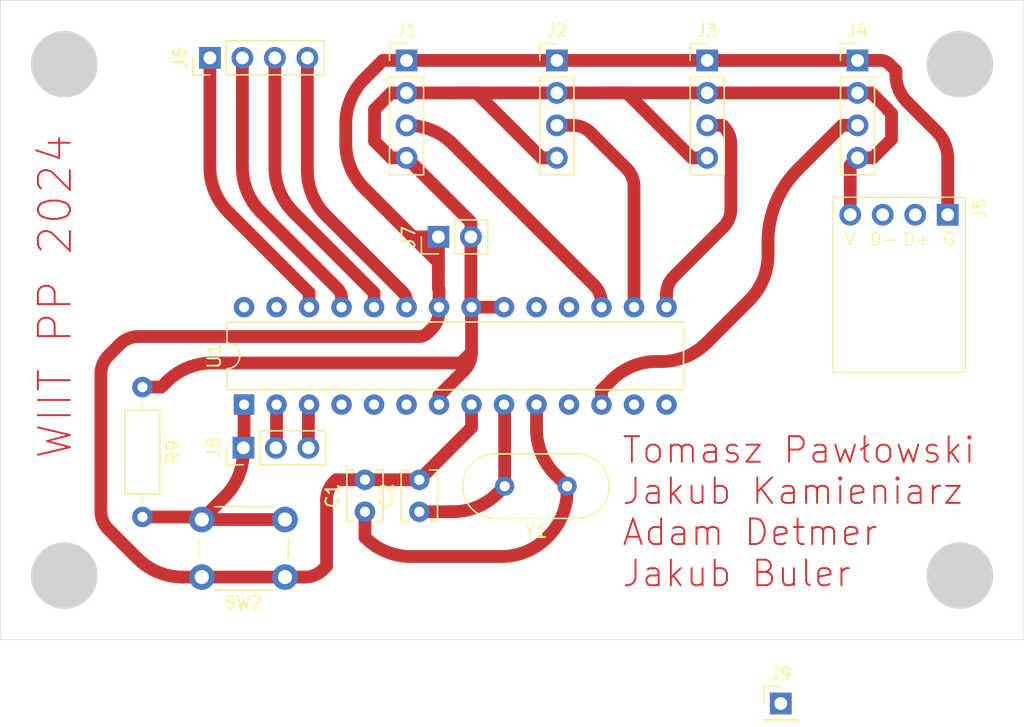
<source format=kicad_pcb>
(kicad_pcb (version 20221018) (generator pcbnew)
  (layers (0 "F.Cu" signal) (31 "B.Cu" signal) (44 "Edge.Cuts" user))
  (net 0 "")
  (net 1 "CRY2")
  (net 2 "GND")
  (net 3 "CRY1")
  (net 5 "+5V")
  (net 6 "SERV0")
  (net 7 "SERV1")
  (net 8 "SERV2")
  (net 9 "SERV3")
  (net 10 "PH0")
  (net 11 "PH1")
  (net 12 "PH2")
  (net 13 "PH3")
  (net 14 "~RESET")
  (net 15 "RX")
  (net 16 "TX")
  (footprint "Library:USB-C Socket Breakout Board" (layer "F.Cu") (at 144.05 66.77 -90)
    (fp_text reference "J5" (at -0.5 -2.5 90) (layer "F.SilkS"))
    (fp_text value "Conn_01x04_Pin")
    (fp_text user "G" (at 2.5 0.5 unlocked) (layer "F.SilkS") (effects (font (thickness 0.1)) (justify left bottom)))
    (fp_text user "D-" (at 2.5 6.2 unlocked) (layer "F.SilkS") (effects (font (thickness 0.1)) (justify left bottom)))
    (fp_text user "V" (at 2.5 8.135 unlocked) (layer "F.SilkS") (effects (font (thickness 0.1)) (justify left bottom)))
    (fp_text user "D+" (at 2.5 3.6 unlocked) (layer "F.SilkS") (effects (font (thickness 0.1)) (justify left bottom)))
    (fp_rect (start -1.37 -1.37) (end 12.33 8.99) (stroke (width 0.1)) (fill none) (layer "F.SilkS"))
    (pad "1" thru_hole rect (at 0 0 270) (size 1.7 1.7) (drill 1) (layers "*.Cu" "*.Mask") (net 2 "GND"))
    (pad "2" thru_hole oval (at 0 2.54 270) (size 1.7 1.7) (drill 1) (layers "*.Cu" "*.Mask"))
    (pad "3" thru_hole oval (at 0 5.08 270) (size 1.7 1.7) (drill 1) (layers "*.Cu" "*.Mask"))
    (pad "4" thru_hole oval (at 0 7.62 270) (size 1.7 1.7) (drill 1) (layers "*.Cu" "*.Mask") (net 5 "+5V"))
  )
  (footprint "Connector_PinHeader_2.54mm:PinHeader_1x04_P2.54mm_Vertical" (layer "F.Cu") (at 86.38 54.5 90)
    (fp_text reference "J6" (at 0 -2.33 90) (layer "F.SilkS"))
    (fp_text value "Conn_01x04_Pin")
    (fp_line (start -1.33 -1.33) (end 0 -1.33) (stroke (width 0.12)) (layer "F.SilkS"))
    (fp_line (start -1.33 0) (end -1.33 -1.33) (stroke (width 0.12)) (layer "F.SilkS"))
    (fp_line (start -1.33 1.27) (end -1.33 8.95) (stroke (width 0.12)) (layer "F.SilkS"))
    (fp_line (start -1.33 1.27) (end 1.33 1.27) (stroke (width 0.12)) (layer "F.SilkS"))
    (fp_line (start -1.33 8.95) (end 1.33 8.95) (stroke (width 0.12)) (layer "F.SilkS"))
    (fp_line (start 1.33 1.27) (end 1.33 8.95) (stroke (width 0.12)) (layer "F.SilkS"))
    (pad "1" thru_hole rect (at 0 0 90) (size 1.7 1.7) (drill 1) (layers "*.Cu" "*.Mask") (net 13 "PH3"))
    (pad "2" thru_hole oval (at 0 2.54 90) (size 1.7 1.7) (drill 1) (layers "*.Cu" "*.Mask") (net 12 "PH2"))
    (pad "3" thru_hole oval (at 0 5.08 90) (size 1.7 1.7) (drill 1) (layers "*.Cu" "*.Mask") (net 11 "PH1"))
    (pad "4" thru_hole oval (at 0 7.62 90) (size 1.7 1.7) (drill 1) (layers "*.Cu" "*.Mask") (net 10 "PH0"))
  )
  (footprint "Connector_PinHeader_2.54mm:PinHeader_1x01_P2.54mm_Vertical" (layer "F.Cu") (at 131 105)
    (fp_text reference "J9" (at 0 -2.33) (layer "F.SilkS"))
    (fp_text value "Conn_01x01_Pin")
    (fp_line (start -1.33 -1.33) (end 0 -1.33) (stroke (width 0.12)) (layer "F.SilkS"))
    (fp_line (start -1.33 0) (end -1.33 -1.33) (stroke (width 0.12)) (layer "F.SilkS"))
    (fp_line (start -1.33 1.27) (end -1.33 1.33) (stroke (width 0.12)) (layer "F.SilkS"))
    (fp_line (start -1.33 1.27) (end 1.33 1.27) (stroke (width 0.12)) (layer "F.SilkS"))
    (fp_line (start -1.33 1.33) (end 1.33 1.33) (stroke (width 0.12)) (layer "F.SilkS"))
    (fp_line (start 1.33 1.27) (end 1.33 1.33) (stroke (width 0.12)) (layer "F.SilkS"))
    (pad "1" thru_hole rect (at 0 0) (size 1.7 1.7) (drill 1) (layers "*.Cu" "*.Mask") (net 2 "GND"))
  )
  (footprint "Resistor_THT:R_Axial_DIN0207_L6.3mm_D2.5mm_P10.16mm_Horizontal" (layer "F.Cu") (at 81.11 80.25 -90)
    (fp_text reference "R9" (at 5.08 -2.37 90) (layer "F.SilkS"))
    (fp_text value "10k")
    (fp_line (start 1.04 0) (end 1.81 0) (stroke (width 0.12)) (layer "F.SilkS"))
    (fp_line (start 1.81 -1.37) (end 1.81 1.37) (stroke (width 0.12)) (layer "F.SilkS"))
    (fp_line (start 1.81 1.37) (end 8.35 1.37) (stroke (width 0.12)) (layer "F.SilkS"))
    (fp_line (start 8.35 -1.37) (end 1.81 -1.37) (stroke (width 0.12)) (layer "F.SilkS"))
    (fp_line (start 8.35 1.37) (end 8.35 -1.37) (stroke (width 0.12)) (layer "F.SilkS"))
    (fp_line (start 9.12 0) (end 8.35 0) (stroke (width 0.12)) (layer "F.SilkS"))
    (pad "1" thru_hole circle (at 0 0 270) (size 1.6 1.6) (drill 0.8) (layers "*.Cu" "*.Mask") (net 5 "+5V"))
    (pad "2" thru_hole oval (at 10.16 0 270) (size 1.6 1.6) (drill 0.8) (layers "*.Cu" "*.Mask") (net 14 "~RESET"))
  )
  (footprint "Capacitor_THT:C_Disc_D3.8mm_W2.6mm_P2.50mm" (layer "F.Cu") (at 102.75 90 90)
    (fp_text reference "C2" (at 1.25 -2.55 90) (layer "F.SilkS"))
    (fp_text value "22pF")
    (fp_line (start -0.77 -1.42) (end -0.77 -0.795) (stroke (width 0.12)) (layer "F.SilkS"))
    (fp_line (start -0.77 -1.42) (end 3.27 -1.42) (stroke (width 0.12)) (layer "F.SilkS"))
    (fp_line (start -0.77 0.795) (end -0.77 1.42) (stroke (width 0.12)) (layer "F.SilkS"))
    (fp_line (start -0.77 1.42) (end 3.27 1.42) (stroke (width 0.12)) (layer "F.SilkS"))
    (fp_line (start 3.27 -1.42) (end 3.27 -0.795) (stroke (width 0.12)) (layer "F.SilkS"))
    (fp_line (start 3.27 0.795) (end 3.27 1.42) (stroke (width 0.12)) (layer "F.SilkS"))
    (pad "1" thru_hole circle (at 0 0 90) (size 1.6 1.6) (drill 0.8) (layers "*.Cu" "*.Mask") (net 3 "CRY1"))
    (pad "2" thru_hole circle (at 2.5 0 90) (size 1.6 1.6) (drill 0.8) (layers "*.Cu" "*.Mask") (net 2 "GND"))
  )
  (footprint "Connector_PinHeader_2.54mm:PinHeader_1x04_P2.54mm_Vertical" (layer "F.Cu") (at 101.75 54.7)
    (fp_text reference "J1" (at 0 -2.33) (layer "F.SilkS"))
    (fp_text value "Conn_01x04_Pin")
    (fp_line (start -1.33 -1.33) (end 0 -1.33) (stroke (width 0.12)) (layer "F.SilkS"))
    (fp_line (start -1.33 0) (end -1.33 -1.33) (stroke (width 0.12)) (layer "F.SilkS"))
    (fp_line (start -1.33 1.27) (end -1.33 8.95) (stroke (width 0.12)) (layer "F.SilkS"))
    (fp_line (start -1.33 1.27) (end 1.33 1.27) (stroke (width 0.12)) (layer "F.SilkS"))
    (fp_line (start -1.33 8.95) (end 1.33 8.95) (stroke (width 0.12)) (layer "F.SilkS"))
    (fp_line (start 1.33 1.27) (end 1.33 8.95) (stroke (width 0.12)) (layer "F.SilkS"))
    (pad "1" thru_hole rect (at 0 0) (size 1.7 1.7) (drill 1) (layers "*.Cu" "*.Mask") (net 2 "GND"))
    (pad "2" thru_hole oval (at 0 2.54) (size 1.7 1.7) (drill 1) (layers "*.Cu" "*.Mask") (net 5 "+5V"))
    (pad "3" thru_hole oval (at 0 5.08) (size 1.7 1.7) (drill 1) (layers "*.Cu" "*.Mask") (net 6 "SERV0"))
    (pad "4" thru_hole oval (at 0 7.62) (size 1.7 1.7) (drill 1) (layers "*.Cu" "*.Mask") (net 5 "+5V"))
  )
  (footprint "Capacitor_THT:C_Disc_D3.8mm_W2.6mm_P2.50mm" (layer "F.Cu") (at 98.5 90 90)
    (fp_text reference "C1" (at 1.25 -2.55 90) (layer "F.SilkS"))
    (fp_text value "22pF")
    (fp_line (start -0.77 -1.42) (end -0.77 -0.795) (stroke (width 0.12)) (layer "F.SilkS"))
    (fp_line (start -0.77 -1.42) (end 3.27 -1.42) (stroke (width 0.12)) (layer "F.SilkS"))
    (fp_line (start -0.77 0.795) (end -0.77 1.42) (stroke (width 0.12)) (layer "F.SilkS"))
    (fp_line (start -0.77 1.42) (end 3.27 1.42) (stroke (width 0.12)) (layer "F.SilkS"))
    (fp_line (start 3.27 -1.42) (end 3.27 -0.795) (stroke (width 0.12)) (layer "F.SilkS"))
    (fp_line (start 3.27 0.795) (end 3.27 1.42) (stroke (width 0.12)) (layer "F.SilkS"))
    (pad "1" thru_hole circle (at 0 0 90) (size 1.6 1.6) (drill 0.8) (layers "*.Cu" "*.Mask") (net 1 "CRY2"))
    (pad "2" thru_hole circle (at 2.5 0 90) (size 1.6 1.6) (drill 0.8) (layers "*.Cu" "*.Mask") (net 2 "GND"))
  )
  (footprint "Crystal:Crystal_HC49-4H_Vertical" (layer "F.Cu") (at 114.3 88 180)
    (fp_text reference "Y1" (at 2.44 -3.525) (layer "F.SilkS"))
    (fp_text value "16MHz")
    (fp_line (start -0.76 -2.525) (end 5.64 -2.525) (stroke (width 0.12)) (layer "F.SilkS"))
    (fp_line (start -0.76 2.525) (end 5.64 2.525) (stroke (width 0.12)) (layer "F.SilkS"))
    (fp_arc (start -0.76 2.525) (mid -3.285 0) (end -0.76 -2.525) (stroke (width 0.12)) (layer "F.SilkS"))
    (fp_arc (start 5.64 -2.525) (mid 8.165 0) (end 5.64 2.525) (stroke (width 0.12)) (layer "F.SilkS"))
    (pad "1" thru_hole circle (at 0 0 180) (size 1.5 1.5) (drill 0.8) (layers "*.Cu" "*.Mask") (net 1 "CRY2"))
    (pad "2" thru_hole circle (at 4.88 0 180) (size 1.5 1.5) (drill 0.8) (layers "*.Cu" "*.Mask") (net 3 "CRY1"))
  )
  (footprint "Button_Switch_THT:SW_PUSH_6mm_H4.3mm" (layer "F.Cu") (at 92.25 95.11 180)
    (fp_text reference "SW2" (at 3.25 -2) (layer "F.SilkS"))
    (fp_text value "SW_Omron_B3FS")
    (fp_line (start -0.25 1.5) (end -0.25 3) (stroke (width 0.12)) (layer "F.SilkS"))
    (fp_line (start 1 5.5) (end 5.5 5.5) (stroke (width 0.12)) (layer "F.SilkS"))
    (fp_line (start 5.5 -1) (end 1 -1) (stroke (width 0.12)) (layer "F.SilkS"))
    (fp_line (start 6.75 3) (end 6.75 1.5) (stroke (width 0.12)) (layer "F.SilkS"))
    (pad "1" thru_hole circle (at 0 0 270) (size 2 2) (drill 1.1) (layers "*.Cu" "*.Mask") (net 2 "GND"))
    (pad "1" thru_hole circle (at 6.5 0 270) (size 2 2) (drill 1.1) (layers "*.Cu" "*.Mask") (net 2 "GND"))
    (pad "2" thru_hole circle (at 0 4.5 270) (size 2 2) (drill 1.1) (layers "*.Cu" "*.Mask") (net 14 "~RESET"))
    (pad "2" thru_hole circle (at 6.5 4.5 270) (size 2 2) (drill 1.1) (layers "*.Cu" "*.Mask") (net 14 "~RESET"))
  )
  (footprint "Connector_PinHeader_2.54mm:PinHeader_1x02_P2.54mm_Vertical" (layer "F.Cu") (at 104.24 68.5 90)
    (fp_text reference "J7" (at 0 -2.33 90) (layer "F.SilkS"))
    (fp_text value "Conn_01x02_Pin")
    (fp_line (start -1.33 -1.33) (end 0 -1.33) (stroke (width 0.12)) (layer "F.SilkS"))
    (fp_line (start -1.33 0) (end -1.33 -1.33) (stroke (width 0.12)) (layer "F.SilkS"))
    (fp_line (start -1.33 1.27) (end -1.33 3.87) (stroke (width 0.12)) (layer "F.SilkS"))
    (fp_line (start -1.33 1.27) (end 1.33 1.27) (stroke (width 0.12)) (layer "F.SilkS"))
    (fp_line (start -1.33 3.87) (end 1.33 3.87) (stroke (width 0.12)) (layer "F.SilkS"))
    (fp_line (start 1.33 1.27) (end 1.33 3.87) (stroke (width 0.12)) (layer "F.SilkS"))
    (pad "1" thru_hole rect (at 0 0 90) (size 1.7 1.7) (drill 1) (layers "*.Cu" "*.Mask") (net 2 "GND"))
    (pad "2" thru_hole oval (at 0 2.54 90) (size 1.7 1.7) (drill 1) (layers "*.Cu" "*.Mask") (net 5 "+5V"))
  )
  (footprint "Package_DIP:DIP-28_W7.62mm" (layer "F.Cu") (at 89.05 81.62 90)
    (fp_text reference "U1" (at 3.81 -2.33 90) (layer "F.SilkS"))
    (fp_text value "ATmega328-P")
    (fp_line (start 1.16 -1.33) (end 1.16 34.35) (stroke (width 0.12)) (layer "F.SilkS"))
    (fp_line (start 1.16 34.35) (end 6.46 34.35) (stroke (width 0.12)) (layer "F.SilkS"))
    (fp_line (start 2.81 -1.33) (end 1.16 -1.33) (stroke (width 0.12)) (layer "F.SilkS"))
    (fp_line (start 6.46 -1.33) (end 4.81 -1.33) (stroke (width 0.12)) (layer "F.SilkS"))
    (fp_line (start 6.46 34.35) (end 6.46 -1.33) (stroke (width 0.12)) (layer "F.SilkS"))
    (fp_arc (start 4.81 -1.33) (mid 3.81 -0.33) (end 2.81 -1.33) (stroke (width 0.12)) (layer "F.SilkS"))
    (pad "1" thru_hole rect (at 0 0 90) (size 1.6 1.6) (drill 0.8) (layers "*.Cu" "*.Mask") (net 14 "~RESET"))
    (pad "2" thru_hole oval (at 0 2.54 90) (size 1.6 1.6) (drill 0.8) (layers "*.Cu" "*.Mask") (net 15 "RX"))
    (pad "3" thru_hole oval (at 0 5.08 90) (size 1.6 1.6) (drill 0.8) (layers "*.Cu" "*.Mask") (net 16 "TX"))
    (pad "4" thru_hole oval (at 0 7.62 90) (size 1.6 1.6) (drill 0.8) (layers "*.Cu" "*.Mask"))
    (pad "5" thru_hole oval (at 0 10.16 90) (size 1.6 1.6) (drill 0.8) (layers "*.Cu" "*.Mask"))
    (pad "6" thru_hole oval (at 0 12.7 90) (size 1.6 1.6) (drill 0.8) (layers "*.Cu" "*.Mask"))
    (pad "7" thru_hole oval (at 0 15.24 90) (size 1.6 1.6) (drill 0.8) (layers "*.Cu" "*.Mask") (net 5 "+5V"))
    (pad "8" thru_hole oval (at 0 17.78 90) (size 1.6 1.6) (drill 0.8) (layers "*.Cu" "*.Mask") (net 2 "GND"))
    (pad "9" thru_hole oval (at 0 20.32 90) (size 1.6 1.6) (drill 0.8) (layers "*.Cu" "*.Mask") (net 3 "CRY1"))
    (pad "10" thru_hole oval (at 0 22.86 90) (size 1.6 1.6) (drill 0.8) (layers "*.Cu" "*.Mask") (net 1 "CRY2"))
    (pad "11" thru_hole oval (at 0 25.4 90) (size 1.6 1.6) (drill 0.8) (layers "*.Cu" "*.Mask"))
    (pad "12" thru_hole oval (at 0 27.94 90) (size 1.6 1.6) (drill 0.8) (layers "*.Cu" "*.Mask") (net 9 "SERV3"))
    (pad "13" thru_hole oval (at 0 30.48 90) (size 1.6 1.6) (drill 0.8) (layers "*.Cu" "*.Mask"))
    (pad "14" thru_hole oval (at 0 33.02 90) (size 1.6 1.6) (drill 0.8) (layers "*.Cu" "*.Mask"))
    (pad "15" thru_hole oval (at 7.62 33.02 90) (size 1.6 1.6) (drill 0.8) (layers "*.Cu" "*.Mask") (net 8 "SERV2"))
    (pad "16" thru_hole oval (at 7.62 30.48 90) (size 1.6 1.6) (drill 0.8) (layers "*.Cu" "*.Mask") (net 7 "SERV1"))
    (pad "17" thru_hole oval (at 7.62 27.94 90) (size 1.6 1.6) (drill 0.8) (layers "*.Cu" "*.Mask") (net 6 "SERV0"))
    (pad "18" thru_hole oval (at 7.62 25.4 90) (size 1.6 1.6) (drill 0.8) (layers "*.Cu" "*.Mask"))
    (pad "19" thru_hole oval (at 7.62 22.86 90) (size 1.6 1.6) (drill 0.8) (layers "*.Cu" "*.Mask"))
    (pad "20" thru_hole oval (at 7.62 20.32 90) (size 1.6 1.6) (drill 0.8) (layers "*.Cu" "*.Mask") (net 5 "+5V"))
    (pad "21" thru_hole oval (at 7.62 17.78 90) (size 1.6 1.6) (drill 0.8) (layers "*.Cu" "*.Mask") (net 5 "+5V"))
    (pad "22" thru_hole oval (at 7.62 15.24 90) (size 1.6 1.6) (drill 0.8) (layers "*.Cu" "*.Mask") (net 2 "GND"))
    (pad "23" thru_hole oval (at 7.62 12.7 90) (size 1.6 1.6) (drill 0.8) (layers "*.Cu" "*.Mask") (net 10 "PH0"))
    (pad "24" thru_hole oval (at 7.62 10.16 90) (size 1.6 1.6) (drill 0.8) (layers "*.Cu" "*.Mask") (net 11 "PH1"))
    (pad "25" thru_hole oval (at 7.62 7.62 90) (size 1.6 1.6) (drill 0.8) (layers "*.Cu" "*.Mask") (net 12 "PH2"))
    (pad "26" thru_hole oval (at 7.62 5.08 90) (size 1.6 1.6) (drill 0.8) (layers "*.Cu" "*.Mask") (net 13 "PH3"))
    (pad "27" thru_hole oval (at 7.62 2.54 90) (size 1.6 1.6) (drill 0.8) (layers "*.Cu" "*.Mask"))
    (pad "28" thru_hole oval (at 7.62 0 90) (size 1.6 1.6) (drill 0.8) (layers "*.Cu" "*.Mask"))
  )
  (footprint "Connector_PinHeader_2.54mm:PinHeader_1x03_P2.54mm_Vertical" (layer "F.Cu") (at 89 85 90)
    (fp_text reference "J8" (at 0 -2.33 90) (layer "F.SilkS"))
    (fp_text value "Conn_01x03_Pin")
    (fp_line (start -1.33 -1.33) (end 0 -1.33) (stroke (width 0.12)) (layer "F.SilkS"))
    (fp_line (start -1.33 0) (end -1.33 -1.33) (stroke (width 0.12)) (layer "F.SilkS"))
    (fp_line (start -1.33 1.27) (end -1.33 6.41) (stroke (width 0.12)) (layer "F.SilkS"))
    (fp_line (start -1.33 1.27) (end 1.33 1.27) (stroke (width 0.12)) (layer "F.SilkS"))
    (fp_line (start -1.33 6.41) (end 1.33 6.41) (stroke (width 0.12)) (layer "F.SilkS"))
    (fp_line (start 1.33 1.27) (end 1.33 6.41) (stroke (width 0.12)) (layer "F.SilkS"))
    (pad "1" thru_hole rect (at 0 0 90) (size 1.7 1.7) (drill 1) (layers "*.Cu" "*.Mask") (net 14 "~RESET"))
    (pad "2" thru_hole oval (at 0 2.54 90) (size 1.7 1.7) (drill 1) (layers "*.Cu" "*.Mask") (net 15 "RX"))
    (pad "3" thru_hole oval (at 0 5.08 90) (size 1.7 1.7) (drill 1) (layers "*.Cu" "*.Mask") (net 16 "TX"))
  )
  (footprint "Connector_PinHeader_2.54mm:PinHeader_1x04_P2.54mm_Vertical" (layer "F.Cu") (at 125.25 54.7)
    (fp_text reference "J3" (at 0 -2.33) (layer "F.SilkS"))
    (fp_text value "Conn_01x04_Pin")
    (fp_line (start -1.33 -1.33) (end 0 -1.33) (stroke (width 0.12)) (layer "F.SilkS"))
    (fp_line (start -1.33 0) (end -1.33 -1.33) (stroke (width 0.12)) (layer "F.SilkS"))
    (fp_line (start -1.33 1.27) (end -1.33 8.95) (stroke (width 0.12)) (layer "F.SilkS"))
    (fp_line (start -1.33 1.27) (end 1.33 1.27) (stroke (width 0.12)) (layer "F.SilkS"))
    (fp_line (start -1.33 8.95) (end 1.33 8.95) (stroke (width 0.12)) (layer "F.SilkS"))
    (fp_line (start 1.33 1.27) (end 1.33 8.95) (stroke (width 0.12)) (layer "F.SilkS"))
    (pad "1" thru_hole rect (at 0 0) (size 1.7 1.7) (drill 1) (layers "*.Cu" "*.Mask") (net 2 "GND"))
    (pad "2" thru_hole oval (at 0 2.54) (size 1.7 1.7) (drill 1) (layers "*.Cu" "*.Mask") (net 5 "+5V"))
    (pad "3" thru_hole oval (at 0 5.08) (size 1.7 1.7) (drill 1) (layers "*.Cu" "*.Mask") (net 8 "SERV2"))
    (pad "4" thru_hole oval (at 0 7.62) (size 1.7 1.7) (drill 1) (layers "*.Cu" "*.Mask") (net 5 "+5V"))
  )
  (footprint "Connector_PinHeader_2.54mm:PinHeader_1x04_P2.54mm_Vertical" (layer "F.Cu") (at 113.5 54.7)
    (fp_text reference "J2" (at 0 -2.33) (layer "F.SilkS"))
    (fp_text value "Conn_01x04_Pin")
    (fp_line (start -1.33 -1.33) (end 0 -1.33) (stroke (width 0.12)) (layer "F.SilkS"))
    (fp_line (start -1.33 0) (end -1.33 -1.33) (stroke (width 0.12)) (layer "F.SilkS"))
    (fp_line (start -1.33 1.27) (end -1.33 8.95) (stroke (width 0.12)) (layer "F.SilkS"))
    (fp_line (start -1.33 1.27) (end 1.33 1.27) (stroke (width 0.12)) (layer "F.SilkS"))
    (fp_line (start -1.33 8.95) (end 1.33 8.95) (stroke (width 0.12)) (layer "F.SilkS"))
    (fp_line (start 1.33 1.27) (end 1.33 8.95) (stroke (width 0.12)) (layer "F.SilkS"))
    (pad "1" thru_hole rect (at 0 0) (size 1.7 1.7) (drill 1) (layers "*.Cu" "*.Mask") (net 2 "GND"))
    (pad "2" thru_hole oval (at 0 2.54) (size 1.7 1.7) (drill 1) (layers "*.Cu" "*.Mask") (net 5 "+5V"))
    (pad "3" thru_hole oval (at 0 5.08) (size 1.7 1.7) (drill 1) (layers "*.Cu" "*.Mask") (net 7 "SERV1"))
    (pad "4" thru_hole oval (at 0 7.62) (size 1.7 1.7) (drill 1) (layers "*.Cu" "*.Mask") (net 5 "+5V"))
  )
  (footprint "Connector_PinHeader_2.54mm:PinHeader_1x04_P2.54mm_Vertical" (layer "F.Cu") (at 137 54.7)
    (fp_text reference "J4" (at 0 -2.33) (layer "F.SilkS"))
    (fp_text value "Conn_01x04_Pin")
    (fp_line (start -1.33 -1.33) (end 0 -1.33) (stroke (width 0.12)) (layer "F.SilkS"))
    (fp_line (start -1.33 0) (end -1.33 -1.33) (stroke (width 0.12)) (layer "F.SilkS"))
    (fp_line (start -1.33 1.27) (end -1.33 8.95) (stroke (width 0.12)) (layer "F.SilkS"))
    (fp_line (start -1.33 1.27) (end 1.33 1.27) (stroke (width 0.12)) (layer "F.SilkS"))
    (fp_line (start -1.33 8.95) (end 1.33 8.95) (stroke (width 0.12)) (layer "F.SilkS"))
    (fp_line (start 1.33 1.27) (end 1.33 8.95) (stroke (width 0.12)) (layer "F.SilkS"))
    (pad "1" thru_hole rect (at 0 0) (size 1.7 1.7) (drill 1) (layers "*.Cu" "*.Mask") (net 2 "GND"))
    (pad "2" thru_hole oval (at 0 2.54) (size 1.7 1.7) (drill 1) (layers "*.Cu" "*.Mask") (net 5 "+5V"))
    (pad "3" thru_hole oval (at 0 5.08) (size 1.7 1.7) (drill 1) (layers "*.Cu" "*.Mask") (net 9 "SERV3"))
    (pad "4" thru_hole oval (at 0 7.62) (size 1.7 1.7) (drill 1) (layers "*.Cu" "*.Mask") (net 5 "+5V"))
  )
  (gr_circle (center 75 95) (end 77.5 95) (stroke (width 0.2)) (fill solid) (layer "Edge.Cuts"))
  (gr_rect locked (start 70 50) (end 150 100) (stroke (width 0.05)) (fill none) (layer "Edge.Cuts"))
  (gr_circle (center 145 95) (end 147.5 95) (stroke (width 0.2)) (fill solid) (layer "Edge.Cuts"))
  (gr_circle (center 145 55) (end 147.5 55) (stroke (width 0.2)) (fill solid) (layer "Edge.Cuts"))
  (gr_circle (center 75 55) (end 77.5 55) (stroke (width 0.2)) (fill solid) (layer "Edge.Cuts"))
  (gr_text "Tomasz Pawłowski\nJakub Kamieniarz\nAdam Detmer\nJakub Buler" (at 118.5 96) (layer "F.Cu") (effects (font (size 2 2)) (justify left bottom)))
  (gr_text "WIIT PP 2024" (at 75.75 86 90) (layer "F.Cu") (effects (font (size 2.5 2.5)) (justify left bottom)))
  (segment (start 113.374466 87.074466) (end 114.3 88) (width 1) (layer "F.Cu") (net 1))
  (segment (start 98.5 92) (end 98.535534 92.035534) (width 1) (layer "F.Cu") (net 1))
  (segment (start 112.835534 91.914466) (end 112.714466 92.035534) (width 1) (layer "F.Cu") (net 1))
  (segment (start 111.91 81.62) (end 111.91 83.538932) (width 1) (layer "F.Cu") (net 1))
  (segment (start 98.5 92) (end 98.5 90) (width 1) (layer "F.Cu") (net 1))
  (segment (start 102.071068 93.5) (end 109.178932 93.5) (width 1) (layer "F.Cu") (net 1))
  (segment (start 114.3 88) (end 114.3 88.378932) (width 1) (layer "F.Cu") (net 1))
  (arc (start 113.374466 87.074466) (mid 112.290602 85.452349) (end 111.91 83.538932) (width 1) (layer "F.Cu") (net 1))
  (arc (start 98.535534 92.035534) (mid 100.157651 93.119398) (end 102.071068 93.5) (width 1) (layer "F.Cu") (net 1))
  (arc (start 114.3 88.378932) (mid 113.919398 90.292349) (end 112.835534 91.914466) (width 1) (layer "F.Cu") (net 1))
  (arc (start 109.178932 93.5) (mid 111.092349 93.119398) (end 112.714466 92.035534) (width 1) (layer "F.Cu") (net 1))
  (segment (start 96.25 87.5) (end 98.5 87.5) (width 1) (layer "F.Cu") (net 2))
  (segment (start 104.24 70.49) (end 102.25 68.5) (width 1) (layer "F.Cu") (net 2))
  (segment (start 104.24 70.75) (end 104.24 72.561068) (width 1) (layer "F.Cu") (net 2))
  (segment (start 77.86 89.960505) (end 77.86 79.218427) (width 1) (layer "F.Cu") (net 2))
  (segment (start 104.29 74) (end 104.29 72.611068) (width 1) (layer "F.Cu") (net 2))
  (segment (start 80.778427 76.3) (end 102.707156 76.3) (width 1) (layer "F.Cu") (net 2))
  (segment (start 139.492893 54.992893) (end 140 55.5) (width 1) (layer "F.Cu") (net 2))
  (segment (start 96.085787 87.664213) (end 96.25 87.5) (width 1) (layer "F.Cu") (net 2))
  (segment (start 104.24 68.5) (end 104.24 70.75) (width 1) (layer "F.Cu") (net 2))
  (segment (start 137 54.7) (end 101.75 54.7) (width 1) (layer "F.Cu") (net 2))
  (segment (start 104.24 68.5) (end 102.25 68.5) (width 1) (layer "F.Cu") (net 2))
  (segment (start 101.75 54.7) (end 99.9 54.7) (width 1) (layer "F.Cu") (net 2))
  (segment (start 101.25 87.5) (end 98.5 87.5) (width 1) (layer "F.Cu") (net 2))
  (segment (start 104.24 70.75) (end 104.24 70.49) (width 1) (layer "F.Cu") (net 2))
  (segment (start 78.445787 77.804213) (end 79.364214 76.885786) (width 1) (layer "F.Cu") (net 2))
  (segment (start 104.29 73.54) (end 104.25 73.5) (width 1) (layer "F.Cu") (net 2))
  (segment (start 99.9 54.7) (end 98.464466 56.135534) (width 1) (layer "F.Cu") (net 2))
  (segment (start 102.75 87.5) (end 106.83 83.42) (width 1) (layer "F.Cu") (net 2))
  (segment (start 104.29 74.302943) (end 104.29 74) (width 1) (layer "F.Cu") (net 2))
  (segment (start 103.414263 76.007107) (end 103.704213 75.717157) (width 1) (layer "F.Cu") (net 2))
  (segment (start 85.75 95.11) (end 84.252136 95.11) (width 1) (layer "F.Cu") (net 2))
  (segment (start 144.05 62.363709) (end 144.05 66.77) (width 1) (layer "F.Cu") (net 2))
  (segment (start 140.87868 57.949748) (end 143.171321 60.242389) (width 1) (layer "F.Cu") (net 2))
  (segment (start 102.25 68.5) (end 98.464466 64.714466) (width 1) (layer "F.Cu") (net 2))
  (segment (start 92.25 95.11) (end 85.75 95.11) (width 1) (layer "F.Cu") (net 2))
  (segment (start 104.29 74) (end 104.29 73.54) (width 1) (layer "F.Cu") (net 2))
  (segment (start 80.716602 93.645534) (end 78.445786 91.374718) (width 1) (layer "F.Cu") (net 2))
  (segment (start 140 55.5) (end 140 55.828427) (width 1) (layer "F.Cu") (net 2))
  (segment (start 95.5 94.25) (end 95.5 89.078427) (width 1) (layer "F.Cu") (net 2))
  (segment (start 137 54.7) (end 138.785786 54.7) (width 1) (layer "F.Cu") (net 2))
  (segment (start 95.225787 94.524213) (end 95.5 94.25) (width 1) (layer "F.Cu") (net 2))
  (segment (start 106.83 83.42) (end 106.83 81.62) (width 1) (layer "F.Cu") (net 2))
  (segment (start 101.25 87.5) (end 102.75 87.5) (width 1) (layer "F.Cu") (net 2))
  (segment (start 104.24 72.561068) (end 104.29 72.611068) (width 1) (layer "F.Cu") (net 2))
  (segment (start 92.25 95.11) (end 93.811573 95.11) (width 1) (layer "F.Cu") (net 2))
  (segment (start 97 59.671068) (end 97 61.178932) (width 1) (layer "F.Cu") (net 2))
  (segment (start 101.75 87.5) (end 101.25 87.5) (width 1) (layer "F.Cu") (net 2))
  (arc (start 143.171321 60.242389) (mid 143.821639 61.215659) (end 144.05 62.363709) (width 1) (layer "F.Cu") (net 2))
  (arc (start 140.87868 57.949748) (mid 140.228361 56.976478) (end 140 55.828427) (width 1) (layer "F.Cu") (net 2))
  (arc (start 98.464466 64.714466) (mid 97.380602 63.092349) (end 97 61.178932) (width 1) (layer "F.Cu") (net 2))
  (arc (start 78.445786 91.374718) (mid 78.012241 90.725872) (end 77.86 89.960505) (width 1) (layer "F.Cu") (net 2))
  (arc (start 139.492893 54.992893) (mid 139.16847 54.77612) (end 138.785786 54.7) (width 1) (layer "F.Cu") (net 2))
  (arc (start 93.811573 95.11) (mid 94.57694 94.957759) (end 95.225787 94.524213) (width 1) (layer "F.Cu") (net 2))
  (arc (start 97 59.671068) (mid 97.380602 57.757651) (end 98.464466 56.135534) (width 1) (layer "F.Cu") (net 2))
  (arc (start 77.86 79.218427) (mid 78.012241 78.45306) (end 78.445787 77.804213) (width 1) (layer "F.Cu") (net 2))
  (arc (start 103.704213 75.717157) (mid 104.137759 75.06831) (end 104.29 74.302943) (width 1) (layer "F.Cu") (net 2))
  (arc (start 84.252136 95.11) (mid 82.338719 94.729398) (end 80.716602 93.645534) (width 1) (layer "F.Cu") (net 2))
  (arc (start 102.707156 76.3) (mid 103.089837 76.223865) (end 103.414263 76.007107) (width 1) (layer "F.Cu") (net 2))
  (arc (start 79.364214 76.885786) (mid 80.01306 76.452241) (end 80.778427 76.3) (width 1) (layer "F.Cu") (net 2))
  (arc (start 96.085787 87.664213) (mid 95.652241 88.31306) (end 95.5 89.078427) (width 1) (layer "F.Cu") (net 2))
  (segment (start 108.884466 88.535534) (end 109.42 88) (width 1) (layer "F.Cu") (net 3))
  (segment (start 109.42 88) (end 109.42 81.67) (width 1) (layer "F.Cu") (net 3))
  (segment (start 109.42 81.67) (end 109.37 81.62) (width 1) (layer "F.Cu") (net 3))
  (segment (start 102.75 90) (end 105.348932 90) (width 1) (layer "F.Cu") (net 3))
  (arc (start 108.884466 88.535534) (mid 107.262349 89.619398) (end 105.348932 90) (width 1) (layer "F.Cu") (net 3))
  (segment (start 106.83 74) (end 109.37 74) (width 1) (layer "F.Cu") (net 5))
  (segment (start 101.75 62.32) (end 100.547919 62.32) (width 1) (layer "F.Cu") (net 5))
  (segment (start 106.001573 78.367308) (end 106.83 77.538881) (width 1) (layer "F.Cu") (net 5))
  (segment (start 117.5 57.24) (end 137 57.24) (width 1) (layer "F.Cu") (net 5))
  (segment (start 105.75 57.24) (end 117.5 57.24) (width 1) (layer "F.Cu") (net 5))
  (segment (start 106.83 74) (end 106.83 77.538881) (width 1) (layer "F.Cu") (net 5))
  (segment (start 106.78 68.5) (end 106.78 67.35) (width 1) (layer "F.Cu") (net 5))
  (segment (start 106.244213 78.953095) (end 104.29 80.907308) (width 1) (layer "F.Cu") (net 5))
  (segment (start 83.006653 79.831774) (end 82.588427 80.25) (width 1) (layer "F.Cu") (net 5))
  (segment (start 112.297919 62.32) (end 107.217919 57.24) (width 1) (layer "F.Cu") (net 5))
  (segment (start 125.25 62.32) (end 124.047919 62.32) (width 1) (layer "F.Cu") (net 5))
  (segment (start 137 57.24) (end 138.078126 57.24) (width 1) (layer "F.Cu") (net 5))
  (segment (start 136.43 66.77) (end 136.43 62.89) (width 1) (layer "F.Cu") (net 5))
  (segment (start 104.29 80.907308) (end 104.29 81.62) (width 1) (layer "F.Cu") (net 5))
  (segment (start 99.25 58.537919) (end 100.547919 57.24) (width 1) (layer "F.Cu") (net 5))
  (segment (start 139.653806 58.846194) (end 139.653806 60.868275) (width 1) (layer "F.Cu") (net 5))
  (segment (start 138.078126 57.24) (end 139.37868 58.540554) (width 1) (layer "F.Cu") (net 5))
  (segment (start 82.588427 80.25) (end 81.11 80.25) (width 1) (layer "F.Cu") (net 5))
  (segment (start 106.78 67.35) (end 101.75 62.32) (width 1) (layer "F.Cu") (net 5))
  (segment (start 86.542187 78.367308) (end 106.001573 78.367308) (width 1) (layer "F.Cu") (net 5))
  (segment (start 139.37868 58.540554) (end 139.37868 58.571068) (width 1) (layer "F.Cu") (net 5))
  (segment (start 100.547919 62.32) (end 99.25 61.022081) (width 1) (layer "F.Cu") (net 5))
  (segment (start 139.653806 60.868275) (end 138.202081 62.32) (width 1) (layer "F.Cu") (net 5))
  (segment (start 101.75 57.24) (end 105.75 57.24) (width 1) (layer "F.Cu") (net 5))
  (segment (start 139.37868 58.571068) (end 139.653806 58.846194) (width 1) (layer "F.Cu") (net 5))
  (segment (start 106.78 68.5) (end 106.78 73.95) (width 1) (layer "F.Cu") (net 5))
  (segment (start 106.78 73.95) (end 106.83 74) (width 1) (layer "F.Cu") (net 5))
  (segment (start 124.047919 62.32) (end 118.967919 57.24) (width 1) (layer "F.Cu") (net 5))
  (segment (start 107.217919 57.24) (end 105.75 57.24) (width 1) (layer "F.Cu") (net 5))
  (segment (start 118.967919 57.24) (end 117.5 57.24) (width 1) (layer "F.Cu") (net 5))
  (segment (start 99.25 61.022081) (end 99.25 58.537919) (width 1) (layer "F.Cu") (net 5))
  (segment (start 100.547919 57.24) (end 101.75 57.24) (width 1) (layer "F.Cu") (net 5))
  (segment (start 136.43 62.89) (end 137 62.32) (width 1) (layer "F.Cu") (net 5))
  (segment (start 113.5 62.32) (end 112.297919 62.32) (width 1) (layer "F.Cu") (net 5))
  (segment (start 138.202081 62.32) (end 137 62.32) (width 1) (layer "F.Cu") (net 5))
  (arc (start 83.006653 79.831774) (mid 84.62877 78.74791) (end 86.542187 78.367308) (width 1) (layer "F.Cu") (net 5))
  (arc (start 106.83 77.538881) (mid 106.677759 78.304248) (end 106.244213 78.953095) (width 1) (layer "F.Cu") (net 5))
  (segment (start 116.99 74) (end 116.99 73.697057) (width 1) (layer "F.Cu") (net 6))
  (segment (start 101.830302 59.78) (end 101.75 59.78) (width 1) (layer "F.Cu") (net 6))
  (segment (start 116.404213 72.282843) (end 105.365836 61.244466) (width 1) (layer "F.Cu") (net 6))
  (arc (start 116.99 73.697057) (mid 116.837759 72.93169) (end 116.404213 72.282843) (width 1) (layer "F.Cu") (net 6))
  (arc (start 101.830302 59.78) (mid 103.743719 60.160602) (end 105.365836 61.244466) (width 1) (layer "F.Cu") (net 6))
  (segment (start 118.944214 63.157479) (end 116.152521 60.365786) (width 1) (layer "F.Cu") (net 7))
  (segment (start 114.738308 59.78) (end 113.5 59.78) (width 1) (layer "F.Cu") (net 7))
  (segment (start 119.53 64.571692) (end 119.53 74) (width 1) (layer "F.Cu") (net 7))
  (arc (start 116.152521 60.365786) (mid 115.503675 59.932241) (end 114.738308 59.78) (width 1) (layer "F.Cu") (net 7))
  (arc (start 118.944214 63.157479) (mid 119.377759 63.806325) (end 119.53 64.571692) (width 1) (layer "F.Cu") (net 7))
  (segment (start 127.1 61.256346) (end 127.1 66.321573) (width 1) (layer "F.Cu") (net 8))
  (segment (start 122.07 73.008427) (end 122.07 74) (width 1) (layer "F.Cu") (net 8))
  (segment (start 126.514213 67.735787) (end 122.655786 71.594214) (width 1) (layer "F.Cu") (net 8))
  (segment (start 126.452081 59.78) (end 125.25 59.78) (width 1) (layer "F.Cu") (net 8))
  (segment (start 126.514213 59.842132) (end 126.452081 59.78) (width 1) (layer "F.Cu") (net 8))
  (arc (start 126.514213 59.842132) (mid 126.947759 60.490979) (end 127.1 61.256346) (width 1) (layer "F.Cu") (net 8))
  (arc (start 126.514213 67.735787) (mid 126.947759 67.08694) (end 127.1 66.321573) (width 1) (layer "F.Cu") (net 8))
  (arc (start 122.07 73.008427) (mid 122.222241 72.24306) (end 122.655786 71.594214) (width 1) (layer "F.Cu") (net 8))
  (segment (start 121.678932 78.25) (end 121.299698 78.25) (width 1) (layer "F.Cu") (net 9))
  (segment (start 117.764164 79.714466) (end 116.99 80.48863) (width 1) (layer "F.Cu") (net 9))
  (segment (start 128.535534 73.464466) (end 125.214466 76.785534) (width 1) (layer "F.Cu") (net 9))
  (segment (start 137 59.78) (end 135.797919 59.78) (width 1) (layer "F.Cu") (net 9))
  (segment (start 116.99 80.48863) (end 116.99 81.62) (width 1) (layer "F.Cu") (net 9))
  (segment (start 116.99 81.922943) (end 116.99 81.62) (width 1) (layer "F.Cu") (net 9))
  (segment (start 130 68.891627) (end 130 69.928932) (width 1) (layer "F.Cu") (net 9))
  (segment (start 135.797919 59.78) (end 132.343146 63.234773) (width 1) (layer "F.Cu") (net 9))
  (arc (start 125.214466 76.785534) (mid 123.592349 77.869398) (end 121.678932 78.25) (width 1) (layer "F.Cu") (net 9))
  (arc (start 130 69.928932) (mid 129.619398 71.842349) (end 128.535534 73.464466) (width 1) (layer "F.Cu") (net 9))
  (arc (start 117.764164 79.714466) (mid 119.386281 78.630602) (end 121.299698 78.25) (width 1) (layer "F.Cu") (net 9))
  (arc (start 132.343146 63.234773) (mid 130.608964 65.83016) (end 130 68.891627) (width 1) (layer "F.Cu") (net 9))
  (segment (start 101.75 74) (end 101.7 73.95) (width 1) (layer "F.Cu") (net 10))
  (segment (start 101.75 74) (end 101.75 73.535534) (width 1) (layer "F.Cu") (net 10))
  (segment (start 94 63.300252) (end 94 54.5) (width 1) (layer "F.Cu") (net 10))
  (segment (start 101.457107 72.828427) (end 95.464466 66.835786) (width 1) (layer "F.Cu") (net 10))
  (arc (start 95.464466 66.835786) (mid 94.380602 65.213669) (end 94 63.300252) (width 1) (layer "F.Cu") (net 10))
  (arc (start 101.457107 72.828427) (mid 101.67388 73.15285) (end 101.75 73.535534) (width 1) (layer "F.Cu") (net 10))
  (segment (start 99.21 72.86863) (end 92.924466 66.583096) (width 1) (layer "F.Cu") (net 11))
  (segment (start 99.16 73.95) (end 99.21 74) (width 1) (layer "F.Cu") (net 11))
  (segment (start 99.21 74) (end 99.21 72.86863) (width 1) (layer "F.Cu") (net 11))
  (segment (start 91.46 63.047562) (end 91.46 54.5) (width 1) (layer "F.Cu") (net 11))
  (arc (start 91.46 63.047562) (mid 91.840602 64.960979) (end 92.924466 66.583096) (width 1) (layer "F.Cu") (net 11))
  (segment (start 96.67 74) (end 96.67 73.282844) (width 1) (layer "F.Cu") (net 12))
  (segment (start 96.62 73.95) (end 96.67 74) (width 1) (layer "F.Cu") (net 12))
  (segment (start 88.92 63.047562) (end 88.92 54.5) (width 1) (layer "F.Cu") (net 12))
  (segment (start 96.377107 72.575737) (end 90.384466 66.583096) (width 1) (layer "F.Cu") (net 12))
  (arc (start 90.384466 66.583096) (mid 89.300602 64.960979) (end 88.92 63.047562) (width 1) (layer "F.Cu") (net 12))
  (arc (start 96.377107 72.575737) (mid 96.59388 72.90016) (end 96.67 73.282844) (width 1) (layer "F.Cu") (net 12))
  (segment (start 94.13 72.86863) (end 87.844466 66.583096) (width 1) (layer "F.Cu") (net 13))
  (segment (start 94.08 73.95) (end 94.13 74) (width 1) (layer "F.Cu") (net 13))
  (segment (start 86.38 54.5) (end 86.38 63.047562) (width 1) (layer "F.Cu") (net 13))
  (segment (start 94.13 74) (end 94.13 72.86863) (width 1) (layer "F.Cu") (net 13))
  (arc (start 86.38 63.047562) (mid 86.760602 64.960979) (end 87.844466 66.583096) (width 1) (layer "F.Cu") (net 13))
  (segment (start 89.05 84.95) (end 89 85) (width 1) (layer "F.Cu") (net 14))
  (segment (start 89.05 81.62) (end 89.05 84.95) (width 1) (layer "F.Cu") (net 14))
  (segment (start 87.535534 88.824466) (end 85.75 90.61) (width 1) (layer "F.Cu") (net 14))
  (segment (start 89 85) (end 89 85.288932) (width 1) (layer "F.Cu") (net 14))
  (segment (start 92.25 90.61) (end 85.75 90.61) (width 1) (layer "F.Cu") (net 14))
  (segment (start 85.55 90.41) (end 85.75 90.61) (width 1) (layer "F.Cu") (net 14))
  (segment (start 81.11 90.41) (end 85.55 90.41) (width 1) (layer "F.Cu") (net 14))
  (arc (start 89 85.288932) (mid 88.619398 87.202349) (end 87.535534 88.824466) (width 1) (layer "F.Cu") (net 14))
  (segment (start 91.59 81.62) (end 91.59 84.95) (width 1) (layer "F.Cu") (net 15))
  (segment (start 91.59 84.95) (end 91.54 85) (width 1) (layer "F.Cu") (net 15))
  (segment (start 94.08 81.67) (end 94.13 81.62) (width 1) (layer "F.Cu") (net 16))
  (segment (start 94.08 85) (end 94.08 81.67) (width 1) (layer "F.Cu") (net 16))
)
</source>
